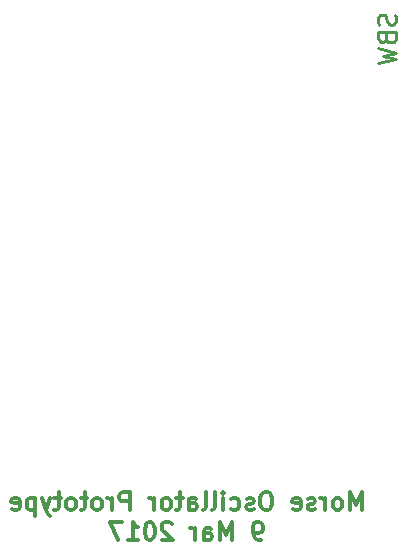
<source format=gbr>
G04 #@! TF.FileFunction,Legend,Bot*
%FSLAX46Y46*%
G04 Gerber Fmt 4.6, Leading zero omitted, Abs format (unit mm)*
G04 Created by KiCad (PCBNEW 4.0.5) date Thursday, March 09, 2017 'PMt' 04:43:54 PM*
%MOMM*%
%LPD*%
G01*
G04 APERTURE LIST*
%ADD10C,0.150000*%
%ADD11C,0.300000*%
%ADD12C,0.250000*%
G04 APERTURE END LIST*
D10*
D11*
X194535714Y-87903571D02*
X194535714Y-86403571D01*
X194035714Y-87475000D01*
X193535714Y-86403571D01*
X193535714Y-87903571D01*
X192607142Y-87903571D02*
X192750000Y-87832143D01*
X192821428Y-87760714D01*
X192892857Y-87617857D01*
X192892857Y-87189286D01*
X192821428Y-87046429D01*
X192750000Y-86975000D01*
X192607142Y-86903571D01*
X192392857Y-86903571D01*
X192250000Y-86975000D01*
X192178571Y-87046429D01*
X192107142Y-87189286D01*
X192107142Y-87617857D01*
X192178571Y-87760714D01*
X192250000Y-87832143D01*
X192392857Y-87903571D01*
X192607142Y-87903571D01*
X191464285Y-87903571D02*
X191464285Y-86903571D01*
X191464285Y-87189286D02*
X191392857Y-87046429D01*
X191321428Y-86975000D01*
X191178571Y-86903571D01*
X191035714Y-86903571D01*
X190607143Y-87832143D02*
X190464286Y-87903571D01*
X190178571Y-87903571D01*
X190035714Y-87832143D01*
X189964286Y-87689286D01*
X189964286Y-87617857D01*
X190035714Y-87475000D01*
X190178571Y-87403571D01*
X190392857Y-87403571D01*
X190535714Y-87332143D01*
X190607143Y-87189286D01*
X190607143Y-87117857D01*
X190535714Y-86975000D01*
X190392857Y-86903571D01*
X190178571Y-86903571D01*
X190035714Y-86975000D01*
X188750000Y-87832143D02*
X188892857Y-87903571D01*
X189178571Y-87903571D01*
X189321428Y-87832143D01*
X189392857Y-87689286D01*
X189392857Y-87117857D01*
X189321428Y-86975000D01*
X189178571Y-86903571D01*
X188892857Y-86903571D01*
X188750000Y-86975000D01*
X188678571Y-87117857D01*
X188678571Y-87260714D01*
X189392857Y-87403571D01*
X186607143Y-86403571D02*
X186321429Y-86403571D01*
X186178571Y-86475000D01*
X186035714Y-86617857D01*
X185964286Y-86903571D01*
X185964286Y-87403571D01*
X186035714Y-87689286D01*
X186178571Y-87832143D01*
X186321429Y-87903571D01*
X186607143Y-87903571D01*
X186750000Y-87832143D01*
X186892857Y-87689286D01*
X186964286Y-87403571D01*
X186964286Y-86903571D01*
X186892857Y-86617857D01*
X186750000Y-86475000D01*
X186607143Y-86403571D01*
X185392857Y-87832143D02*
X185250000Y-87903571D01*
X184964285Y-87903571D01*
X184821428Y-87832143D01*
X184750000Y-87689286D01*
X184750000Y-87617857D01*
X184821428Y-87475000D01*
X184964285Y-87403571D01*
X185178571Y-87403571D01*
X185321428Y-87332143D01*
X185392857Y-87189286D01*
X185392857Y-87117857D01*
X185321428Y-86975000D01*
X185178571Y-86903571D01*
X184964285Y-86903571D01*
X184821428Y-86975000D01*
X183464285Y-87832143D02*
X183607142Y-87903571D01*
X183892856Y-87903571D01*
X184035714Y-87832143D01*
X184107142Y-87760714D01*
X184178571Y-87617857D01*
X184178571Y-87189286D01*
X184107142Y-87046429D01*
X184035714Y-86975000D01*
X183892856Y-86903571D01*
X183607142Y-86903571D01*
X183464285Y-86975000D01*
X182821428Y-87903571D02*
X182821428Y-86903571D01*
X182821428Y-86403571D02*
X182892857Y-86475000D01*
X182821428Y-86546429D01*
X182750000Y-86475000D01*
X182821428Y-86403571D01*
X182821428Y-86546429D01*
X181892856Y-87903571D02*
X182035714Y-87832143D01*
X182107142Y-87689286D01*
X182107142Y-86403571D01*
X181107142Y-87903571D02*
X181250000Y-87832143D01*
X181321428Y-87689286D01*
X181321428Y-86403571D01*
X179892857Y-87903571D02*
X179892857Y-87117857D01*
X179964286Y-86975000D01*
X180107143Y-86903571D01*
X180392857Y-86903571D01*
X180535714Y-86975000D01*
X179892857Y-87832143D02*
X180035714Y-87903571D01*
X180392857Y-87903571D01*
X180535714Y-87832143D01*
X180607143Y-87689286D01*
X180607143Y-87546429D01*
X180535714Y-87403571D01*
X180392857Y-87332143D01*
X180035714Y-87332143D01*
X179892857Y-87260714D01*
X179392857Y-86903571D02*
X178821428Y-86903571D01*
X179178571Y-86403571D02*
X179178571Y-87689286D01*
X179107143Y-87832143D01*
X178964285Y-87903571D01*
X178821428Y-87903571D01*
X178107142Y-87903571D02*
X178250000Y-87832143D01*
X178321428Y-87760714D01*
X178392857Y-87617857D01*
X178392857Y-87189286D01*
X178321428Y-87046429D01*
X178250000Y-86975000D01*
X178107142Y-86903571D01*
X177892857Y-86903571D01*
X177750000Y-86975000D01*
X177678571Y-87046429D01*
X177607142Y-87189286D01*
X177607142Y-87617857D01*
X177678571Y-87760714D01*
X177750000Y-87832143D01*
X177892857Y-87903571D01*
X178107142Y-87903571D01*
X176964285Y-87903571D02*
X176964285Y-86903571D01*
X176964285Y-87189286D02*
X176892857Y-87046429D01*
X176821428Y-86975000D01*
X176678571Y-86903571D01*
X176535714Y-86903571D01*
X174892857Y-87903571D02*
X174892857Y-86403571D01*
X174321429Y-86403571D01*
X174178571Y-86475000D01*
X174107143Y-86546429D01*
X174035714Y-86689286D01*
X174035714Y-86903571D01*
X174107143Y-87046429D01*
X174178571Y-87117857D01*
X174321429Y-87189286D01*
X174892857Y-87189286D01*
X173392857Y-87903571D02*
X173392857Y-86903571D01*
X173392857Y-87189286D02*
X173321429Y-87046429D01*
X173250000Y-86975000D01*
X173107143Y-86903571D01*
X172964286Y-86903571D01*
X172250000Y-87903571D02*
X172392858Y-87832143D01*
X172464286Y-87760714D01*
X172535715Y-87617857D01*
X172535715Y-87189286D01*
X172464286Y-87046429D01*
X172392858Y-86975000D01*
X172250000Y-86903571D01*
X172035715Y-86903571D01*
X171892858Y-86975000D01*
X171821429Y-87046429D01*
X171750000Y-87189286D01*
X171750000Y-87617857D01*
X171821429Y-87760714D01*
X171892858Y-87832143D01*
X172035715Y-87903571D01*
X172250000Y-87903571D01*
X171321429Y-86903571D02*
X170750000Y-86903571D01*
X171107143Y-86403571D02*
X171107143Y-87689286D01*
X171035715Y-87832143D01*
X170892857Y-87903571D01*
X170750000Y-87903571D01*
X170035714Y-87903571D02*
X170178572Y-87832143D01*
X170250000Y-87760714D01*
X170321429Y-87617857D01*
X170321429Y-87189286D01*
X170250000Y-87046429D01*
X170178572Y-86975000D01*
X170035714Y-86903571D01*
X169821429Y-86903571D01*
X169678572Y-86975000D01*
X169607143Y-87046429D01*
X169535714Y-87189286D01*
X169535714Y-87617857D01*
X169607143Y-87760714D01*
X169678572Y-87832143D01*
X169821429Y-87903571D01*
X170035714Y-87903571D01*
X169107143Y-86903571D02*
X168535714Y-86903571D01*
X168892857Y-86403571D02*
X168892857Y-87689286D01*
X168821429Y-87832143D01*
X168678571Y-87903571D01*
X168535714Y-87903571D01*
X168178571Y-86903571D02*
X167821428Y-87903571D01*
X167464286Y-86903571D02*
X167821428Y-87903571D01*
X167964286Y-88260714D01*
X168035714Y-88332143D01*
X168178571Y-88403571D01*
X166892857Y-86903571D02*
X166892857Y-88403571D01*
X166892857Y-86975000D02*
X166750000Y-86903571D01*
X166464286Y-86903571D01*
X166321429Y-86975000D01*
X166250000Y-87046429D01*
X166178571Y-87189286D01*
X166178571Y-87617857D01*
X166250000Y-87760714D01*
X166321429Y-87832143D01*
X166464286Y-87903571D01*
X166750000Y-87903571D01*
X166892857Y-87832143D01*
X164964286Y-87832143D02*
X165107143Y-87903571D01*
X165392857Y-87903571D01*
X165535714Y-87832143D01*
X165607143Y-87689286D01*
X165607143Y-87117857D01*
X165535714Y-86975000D01*
X165392857Y-86903571D01*
X165107143Y-86903571D01*
X164964286Y-86975000D01*
X164892857Y-87117857D01*
X164892857Y-87260714D01*
X165607143Y-87403571D01*
X186035713Y-90453571D02*
X185749998Y-90453571D01*
X185607141Y-90382143D01*
X185535713Y-90310714D01*
X185392855Y-90096429D01*
X185321427Y-89810714D01*
X185321427Y-89239286D01*
X185392855Y-89096429D01*
X185464284Y-89025000D01*
X185607141Y-88953571D01*
X185892855Y-88953571D01*
X186035713Y-89025000D01*
X186107141Y-89096429D01*
X186178570Y-89239286D01*
X186178570Y-89596429D01*
X186107141Y-89739286D01*
X186035713Y-89810714D01*
X185892855Y-89882143D01*
X185607141Y-89882143D01*
X185464284Y-89810714D01*
X185392855Y-89739286D01*
X185321427Y-89596429D01*
X183535713Y-90453571D02*
X183535713Y-88953571D01*
X183035713Y-90025000D01*
X182535713Y-88953571D01*
X182535713Y-90453571D01*
X181178570Y-90453571D02*
X181178570Y-89667857D01*
X181249999Y-89525000D01*
X181392856Y-89453571D01*
X181678570Y-89453571D01*
X181821427Y-89525000D01*
X181178570Y-90382143D02*
X181321427Y-90453571D01*
X181678570Y-90453571D01*
X181821427Y-90382143D01*
X181892856Y-90239286D01*
X181892856Y-90096429D01*
X181821427Y-89953571D01*
X181678570Y-89882143D01*
X181321427Y-89882143D01*
X181178570Y-89810714D01*
X180464284Y-90453571D02*
X180464284Y-89453571D01*
X180464284Y-89739286D02*
X180392856Y-89596429D01*
X180321427Y-89525000D01*
X180178570Y-89453571D01*
X180035713Y-89453571D01*
X178464285Y-89096429D02*
X178392856Y-89025000D01*
X178249999Y-88953571D01*
X177892856Y-88953571D01*
X177749999Y-89025000D01*
X177678570Y-89096429D01*
X177607142Y-89239286D01*
X177607142Y-89382143D01*
X177678570Y-89596429D01*
X178535713Y-90453571D01*
X177607142Y-90453571D01*
X176678571Y-88953571D02*
X176535714Y-88953571D01*
X176392857Y-89025000D01*
X176321428Y-89096429D01*
X176249999Y-89239286D01*
X176178571Y-89525000D01*
X176178571Y-89882143D01*
X176249999Y-90167857D01*
X176321428Y-90310714D01*
X176392857Y-90382143D01*
X176535714Y-90453571D01*
X176678571Y-90453571D01*
X176821428Y-90382143D01*
X176892857Y-90310714D01*
X176964285Y-90167857D01*
X177035714Y-89882143D01*
X177035714Y-89525000D01*
X176964285Y-89239286D01*
X176892857Y-89096429D01*
X176821428Y-89025000D01*
X176678571Y-88953571D01*
X174750000Y-90453571D02*
X175607143Y-90453571D01*
X175178571Y-90453571D02*
X175178571Y-88953571D01*
X175321428Y-89167857D01*
X175464286Y-89310714D01*
X175607143Y-89382143D01*
X174250000Y-88953571D02*
X173250000Y-88953571D01*
X173892857Y-90453571D01*
D12*
X197357143Y-45964286D02*
X197428571Y-46178572D01*
X197428571Y-46535715D01*
X197357143Y-46678572D01*
X197285714Y-46750001D01*
X197142857Y-46821429D01*
X197000000Y-46821429D01*
X196857143Y-46750001D01*
X196785714Y-46678572D01*
X196714286Y-46535715D01*
X196642857Y-46250001D01*
X196571429Y-46107143D01*
X196500000Y-46035715D01*
X196357143Y-45964286D01*
X196214286Y-45964286D01*
X196071429Y-46035715D01*
X196000000Y-46107143D01*
X195928571Y-46250001D01*
X195928571Y-46607143D01*
X196000000Y-46821429D01*
X196642857Y-47964286D02*
X196714286Y-48178572D01*
X196785714Y-48250000D01*
X196928571Y-48321429D01*
X197142857Y-48321429D01*
X197285714Y-48250000D01*
X197357143Y-48178572D01*
X197428571Y-48035714D01*
X197428571Y-47464286D01*
X195928571Y-47464286D01*
X195928571Y-47964286D01*
X196000000Y-48107143D01*
X196071429Y-48178572D01*
X196214286Y-48250000D01*
X196357143Y-48250000D01*
X196500000Y-48178572D01*
X196571429Y-48107143D01*
X196642857Y-47964286D01*
X196642857Y-47464286D01*
X195928571Y-48821429D02*
X197428571Y-49178572D01*
X196357143Y-49464286D01*
X197428571Y-49750000D01*
X195928571Y-50107143D01*
M02*

</source>
